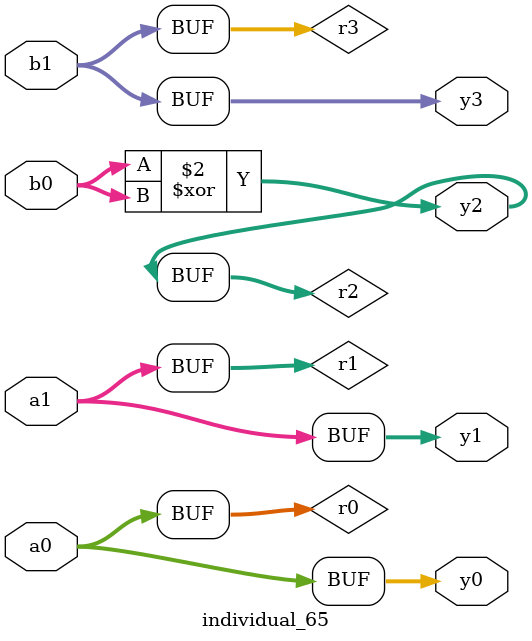
<source format=sv>
module individual_65(input logic [15:0] a1, input logic [15:0] a0, input logic [15:0] b1, input logic [15:0] b0, output logic [15:0] y3, output logic [15:0] y2, output logic [15:0] y1, output logic [15:0] y0);
logic [15:0] r0, r1, r2, r3; 
 always@(*) begin 
	 r0 = a0; r1 = a1; r2 = b0; r3 = b1; 
 	 r2  ^=  r2 ;
 	 y3 = r3; y2 = r2; y1 = r1; y0 = r0; 
end
endmodule
</source>
